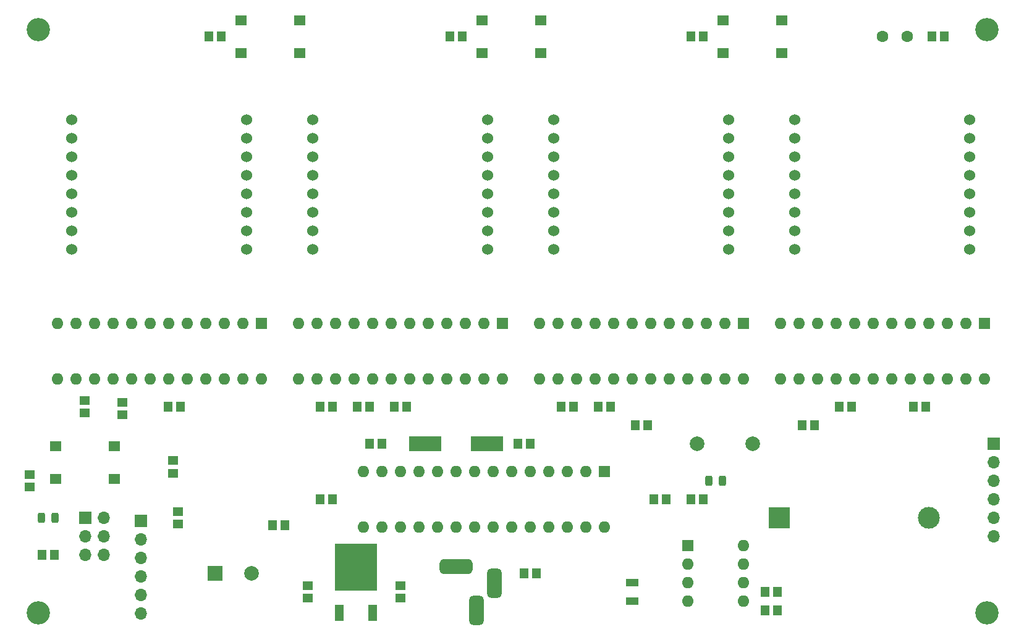
<source format=gbr>
%TF.GenerationSoftware,KiCad,Pcbnew,(6.0.5-0)*%
%TF.CreationDate,2022-07-21T23:55:05-04:00*%
%TF.ProjectId,YWS_clock,5957535f-636c-46f6-936b-2e6b69636164,rev?*%
%TF.SameCoordinates,PX4b17a20PY8a12ae0*%
%TF.FileFunction,Soldermask,Top*%
%TF.FilePolarity,Negative*%
%FSLAX46Y46*%
G04 Gerber Fmt 4.6, Leading zero omitted, Abs format (unit mm)*
G04 Created by KiCad (PCBNEW (6.0.5-0)) date 2022-07-21 23:55:05*
%MOMM*%
%LPD*%
G01*
G04 APERTURE LIST*
G04 Aperture macros list*
%AMRoundRect*
0 Rectangle with rounded corners*
0 $1 Rounding radius*
0 $2 $3 $4 $5 $6 $7 $8 $9 X,Y pos of 4 corners*
0 Add a 4 corners polygon primitive as box body*
4,1,4,$2,$3,$4,$5,$6,$7,$8,$9,$2,$3,0*
0 Add four circle primitives for the rounded corners*
1,1,$1+$1,$2,$3*
1,1,$1+$1,$4,$5*
1,1,$1+$1,$6,$7*
1,1,$1+$1,$8,$9*
0 Add four rect primitives between the rounded corners*
20,1,$1+$1,$2,$3,$4,$5,0*
20,1,$1+$1,$4,$5,$6,$7,0*
20,1,$1+$1,$6,$7,$8,$9,0*
20,1,$1+$1,$8,$9,$2,$3,0*%
G04 Aperture macros list end*
%ADD10R,1.400000X1.150000*%
%ADD11R,1.600000X1.600000*%
%ADD12O,1.600000X1.600000*%
%ADD13C,1.524000*%
%ADD14R,1.150000X1.400000*%
%ADD15R,1.700000X1.700000*%
%ADD16O,1.700000X1.700000*%
%ADD17C,2.000000*%
%ADD18R,2.000000X2.000000*%
%ADD19C,3.200000*%
%ADD20R,1.800000X1.000000*%
%ADD21R,1.600000X1.400000*%
%ADD22C,1.600000*%
%ADD23R,4.500000X2.000000*%
%ADD24R,1.200000X2.200000*%
%ADD25R,5.800000X6.400000*%
%ADD26R,3.000000X3.000000*%
%ADD27C,3.000000*%
%ADD28RoundRect,0.243750X0.243750X0.456250X-0.243750X0.456250X-0.243750X-0.456250X0.243750X-0.456250X0*%
%ADD29RoundRect,0.500000X1.750000X0.500000X-1.750000X0.500000X-1.750000X-0.500000X1.750000X-0.500000X0*%
%ADD30RoundRect,0.500000X-0.500000X1.500000X-0.500000X-1.500000X0.500000X-1.500000X0.500000X1.500000X0*%
G04 APERTURE END LIST*
D10*
%TO.C,R4*%
X24780000Y23930000D03*
X24780000Y25630000D03*
%TD*%
%TO.C,C8*%
X17780000Y31930000D03*
X17780000Y33630000D03*
%TD*%
D11*
%TO.C,U4*%
X36835000Y44440000D03*
D12*
X34295000Y44440000D03*
X31755000Y44440000D03*
X29215000Y44440000D03*
X26675000Y44440000D03*
X24135000Y44440000D03*
X21595000Y44440000D03*
X19055000Y44440000D03*
X16515000Y44440000D03*
X13975000Y44440000D03*
X11435000Y44440000D03*
X8895000Y44440000D03*
X8895000Y36820000D03*
X11435000Y36820000D03*
X13975000Y36820000D03*
X16515000Y36820000D03*
X19055000Y36820000D03*
X21595000Y36820000D03*
X24135000Y36820000D03*
X26675000Y36820000D03*
X29215000Y36820000D03*
X31755000Y36820000D03*
X34295000Y36820000D03*
X36835000Y36820000D03*
%TD*%
D13*
%TO.C,D2*%
X10860000Y72390000D03*
X10860000Y69850000D03*
X10860000Y67310000D03*
X10860000Y64770000D03*
X10860000Y62230000D03*
X10860000Y59690000D03*
X10860000Y57150000D03*
X10860000Y54610000D03*
X34860000Y54610000D03*
X34860000Y57150000D03*
X34860000Y59690000D03*
X34860000Y62230000D03*
X34860000Y64770000D03*
X34860000Y67310000D03*
X34860000Y69850000D03*
X34860000Y72390000D03*
%TD*%
D12*
%TO.C,U5*%
X135895000Y36820000D03*
X133355000Y36820000D03*
X130815000Y36820000D03*
X128275000Y36820000D03*
X125735000Y36820000D03*
X123195000Y36820000D03*
X120655000Y36820000D03*
X118115000Y36820000D03*
X115575000Y36820000D03*
X113035000Y36820000D03*
X110495000Y36820000D03*
X107955000Y36820000D03*
X107955000Y44440000D03*
X110495000Y44440000D03*
X113035000Y44440000D03*
X115575000Y44440000D03*
X118115000Y44440000D03*
X120655000Y44440000D03*
X123195000Y44440000D03*
X125735000Y44440000D03*
X128275000Y44440000D03*
X130815000Y44440000D03*
X133355000Y44440000D03*
D11*
X135895000Y44440000D03*
%TD*%
D14*
%TO.C,R17*%
X38410000Y16780000D03*
X40110000Y16780000D03*
%TD*%
D15*
%TO.C,J4*%
X12700000Y17780000D03*
D16*
X15240000Y17780000D03*
X12700000Y15240000D03*
X15240000Y15240000D03*
X12700000Y12700000D03*
X15240000Y12700000D03*
%TD*%
D17*
%TO.C,TP1*%
X104140000Y27940000D03*
%TD*%
D18*
%TO.C,BZ1*%
X30480000Y10160000D03*
D17*
X35480000Y10160000D03*
%TD*%
D19*
%TO.C,H4*%
X136260000Y4780000D03*
%TD*%
D10*
%TO.C,C9*%
X12630000Y33870000D03*
X12630000Y32170000D03*
%TD*%
%TO.C,C6*%
X43180000Y6770000D03*
X43180000Y8470000D03*
%TD*%
D20*
%TO.C,Y1*%
X87650000Y8870000D03*
X87650000Y6370000D03*
%TD*%
D11*
%TO.C,U3*%
X95260000Y13960000D03*
D12*
X95260000Y11420000D03*
X95260000Y8880000D03*
X95260000Y6340000D03*
X102880000Y6340000D03*
X102880000Y8880000D03*
X102880000Y11420000D03*
X102880000Y13960000D03*
%TD*%
D14*
%TO.C,R16*%
X8470000Y12700000D03*
X6770000Y12700000D03*
%TD*%
D13*
%TO.C,D4*%
X76900000Y72390000D03*
X76900000Y69850000D03*
X76900000Y67310000D03*
X76900000Y64770000D03*
X76900000Y62230000D03*
X76900000Y59690000D03*
X76900000Y57150000D03*
X76900000Y54610000D03*
X100900000Y54610000D03*
X100900000Y57150000D03*
X100900000Y59690000D03*
X100900000Y62230000D03*
X100900000Y64770000D03*
X100900000Y67310000D03*
X100900000Y69850000D03*
X100900000Y72390000D03*
%TD*%
D14*
%TO.C,R5*%
X107530000Y7620000D03*
X105830000Y7620000D03*
%TD*%
%TO.C,C14*%
X77890000Y33020000D03*
X79590000Y33020000D03*
%TD*%
D15*
%TO.C,J3*%
X137160000Y27940000D03*
D16*
X137160000Y25400000D03*
X137160000Y22860000D03*
X137160000Y20320000D03*
X137160000Y17780000D03*
X137160000Y15240000D03*
%TD*%
D14*
%TO.C,R6*%
X107530000Y5080000D03*
X105830000Y5080000D03*
%TD*%
D21*
%TO.C,SW3*%
X67120000Y86070000D03*
X75120000Y86070000D03*
X67120000Y81570000D03*
X75120000Y81570000D03*
%TD*%
D14*
%TO.C,R13*%
X95670000Y83820000D03*
X97370000Y83820000D03*
%TD*%
%TO.C,C3*%
X71980000Y27940000D03*
X73680000Y27940000D03*
%TD*%
%TO.C,R1*%
X44870000Y20320000D03*
X46570000Y20320000D03*
%TD*%
D19*
%TO.C,H2*%
X136260000Y84780000D03*
%TD*%
D14*
%TO.C,C12*%
X82970000Y33020000D03*
X84670000Y33020000D03*
%TD*%
%TO.C,R15*%
X128690000Y83820000D03*
X130390000Y83820000D03*
%TD*%
D22*
%TO.C,R14*%
X121920000Y83820000D03*
X125320000Y83820000D03*
%TD*%
D19*
%TO.C,H3*%
X6260000Y4780000D03*
%TD*%
D14*
%TO.C,R11*%
X29630000Y83820000D03*
X31330000Y83820000D03*
%TD*%
D12*
%TO.C,U2*%
X83820000Y16500000D03*
X81280000Y16500000D03*
X78740000Y16500000D03*
X76200000Y16500000D03*
X73660000Y16500000D03*
X71120000Y16500000D03*
X68580000Y16500000D03*
X66040000Y16500000D03*
X63500000Y16500000D03*
X60960000Y16500000D03*
X58420000Y16500000D03*
X55880000Y16500000D03*
X53340000Y16500000D03*
X50800000Y16500000D03*
X50800000Y24120000D03*
X53340000Y24120000D03*
X55880000Y24120000D03*
X58420000Y24120000D03*
X60960000Y24120000D03*
X63500000Y24120000D03*
X66040000Y24120000D03*
X68580000Y24120000D03*
X71120000Y24120000D03*
X73660000Y24120000D03*
X76200000Y24120000D03*
X78740000Y24120000D03*
X81280000Y24120000D03*
D11*
X83820000Y24120000D03*
%TD*%
D23*
%TO.C,Y2*%
X67750000Y27940000D03*
X59250000Y27940000D03*
%TD*%
D21*
%TO.C,SW2*%
X34100000Y86070000D03*
X42100000Y86070000D03*
X34100000Y81570000D03*
X42100000Y81570000D03*
%TD*%
D14*
%TO.C,R10*%
X56730000Y33020000D03*
X55030000Y33020000D03*
%TD*%
D19*
%TO.C,H1*%
X6260000Y84780000D03*
%TD*%
D21*
%TO.C,SW4*%
X100140000Y86070000D03*
X108140000Y86070000D03*
X100140000Y81570000D03*
X108140000Y81570000D03*
%TD*%
D13*
%TO.C,D5*%
X43880000Y72390000D03*
X43880000Y69850000D03*
X43880000Y67310000D03*
X43880000Y64770000D03*
X43880000Y62230000D03*
X43880000Y59690000D03*
X43880000Y57150000D03*
X43880000Y54610000D03*
X67880000Y54610000D03*
X67880000Y57150000D03*
X67880000Y59690000D03*
X67880000Y62230000D03*
X67880000Y64770000D03*
X67880000Y67310000D03*
X67880000Y69850000D03*
X67880000Y72390000D03*
%TD*%
D15*
%TO.C,J1*%
X20320000Y17355000D03*
D16*
X20320000Y14815000D03*
X20320000Y12275000D03*
X20320000Y9735000D03*
X20320000Y7195000D03*
X20320000Y4655000D03*
%TD*%
D11*
%TO.C,U6*%
X102875000Y44440000D03*
D12*
X100335000Y44440000D03*
X97795000Y44440000D03*
X95255000Y44440000D03*
X92715000Y44440000D03*
X90175000Y44440000D03*
X87635000Y44440000D03*
X85095000Y44440000D03*
X82555000Y44440000D03*
X80015000Y44440000D03*
X77475000Y44440000D03*
X74935000Y44440000D03*
X74935000Y36820000D03*
X77475000Y36820000D03*
X80015000Y36820000D03*
X82555000Y36820000D03*
X85095000Y36820000D03*
X87635000Y36820000D03*
X90175000Y36820000D03*
X92715000Y36820000D03*
X95255000Y36820000D03*
X97795000Y36820000D03*
X100335000Y36820000D03*
X102875000Y36820000D03*
%TD*%
D17*
%TO.C,TP2*%
X96520000Y27940000D03*
%TD*%
D14*
%TO.C,C13*%
X49950000Y33020000D03*
X51650000Y33020000D03*
%TD*%
D24*
%TO.C,U1*%
X52065000Y4725000D03*
D25*
X49785000Y11025000D03*
D24*
X47505000Y4725000D03*
%TD*%
D14*
%TO.C,R7*%
X24080000Y33020000D03*
X25780000Y33020000D03*
%TD*%
%TO.C,R9*%
X89750000Y30480000D03*
X88050000Y30480000D03*
%TD*%
%TO.C,C2*%
X90590000Y20320000D03*
X92290000Y20320000D03*
%TD*%
D26*
%TO.C,BT1*%
X107766314Y17779983D03*
D27*
X128256314Y17779983D03*
%TD*%
D14*
%TO.C,C1*%
X72810000Y10160000D03*
X74510000Y10160000D03*
%TD*%
D28*
%TO.C,D6*%
X8557500Y17780000D03*
X6682500Y17780000D03*
%TD*%
D14*
%TO.C,C11*%
X110910000Y30480000D03*
X112610000Y30480000D03*
%TD*%
D11*
%TO.C,U7*%
X69855000Y44440000D03*
D12*
X67315000Y44440000D03*
X64775000Y44440000D03*
X62235000Y44440000D03*
X59695000Y44440000D03*
X57155000Y44440000D03*
X54615000Y44440000D03*
X52075000Y44440000D03*
X49535000Y44440000D03*
X46995000Y44440000D03*
X44455000Y44440000D03*
X41915000Y44440000D03*
X41915000Y36820000D03*
X44455000Y36820000D03*
X46995000Y36820000D03*
X49535000Y36820000D03*
X52075000Y36820000D03*
X54615000Y36820000D03*
X57155000Y36820000D03*
X59695000Y36820000D03*
X62235000Y36820000D03*
X64775000Y36820000D03*
X67315000Y36820000D03*
X69855000Y36820000D03*
%TD*%
D14*
%TO.C,C15*%
X44870000Y33020000D03*
X46570000Y33020000D03*
%TD*%
D10*
%TO.C,C7*%
X55880000Y6770000D03*
X55880000Y8470000D03*
%TD*%
D14*
%TO.C,C4*%
X53360000Y27940000D03*
X51660000Y27940000D03*
%TD*%
%TO.C,R8*%
X126150000Y33020000D03*
X127850000Y33020000D03*
%TD*%
D28*
%TO.C,D1*%
X99997500Y22860000D03*
X98122500Y22860000D03*
%TD*%
D14*
%TO.C,R2*%
X95670000Y20320000D03*
X97370000Y20320000D03*
%TD*%
D10*
%TO.C,C5*%
X5080000Y23710000D03*
X5080000Y22010000D03*
%TD*%
D14*
%TO.C,R12*%
X62650000Y83820000D03*
X64350000Y83820000D03*
%TD*%
%TO.C,C10*%
X115990000Y33020000D03*
X117690000Y33020000D03*
%TD*%
D13*
%TO.C,D3*%
X109920000Y72390000D03*
X109920000Y69850000D03*
X109920000Y67310000D03*
X109920000Y64770000D03*
X109920000Y62230000D03*
X109920000Y59690000D03*
X109920000Y57150000D03*
X109920000Y54610000D03*
X133920000Y54610000D03*
X133920000Y57150000D03*
X133920000Y59690000D03*
X133920000Y62230000D03*
X133920000Y64770000D03*
X133920000Y67310000D03*
X133920000Y69850000D03*
X133920000Y72390000D03*
%TD*%
D21*
%TO.C,SW1*%
X8700000Y27650000D03*
X16700000Y27650000D03*
X8700000Y23150000D03*
X16700000Y23150000D03*
%TD*%
D10*
%TO.C,R3*%
X25400000Y16930000D03*
X25400000Y18630000D03*
%TD*%
D29*
%TO.C,J2*%
X63500000Y11120000D03*
D30*
X68800000Y8820000D03*
X66300000Y5120000D03*
%TD*%
M02*

</source>
